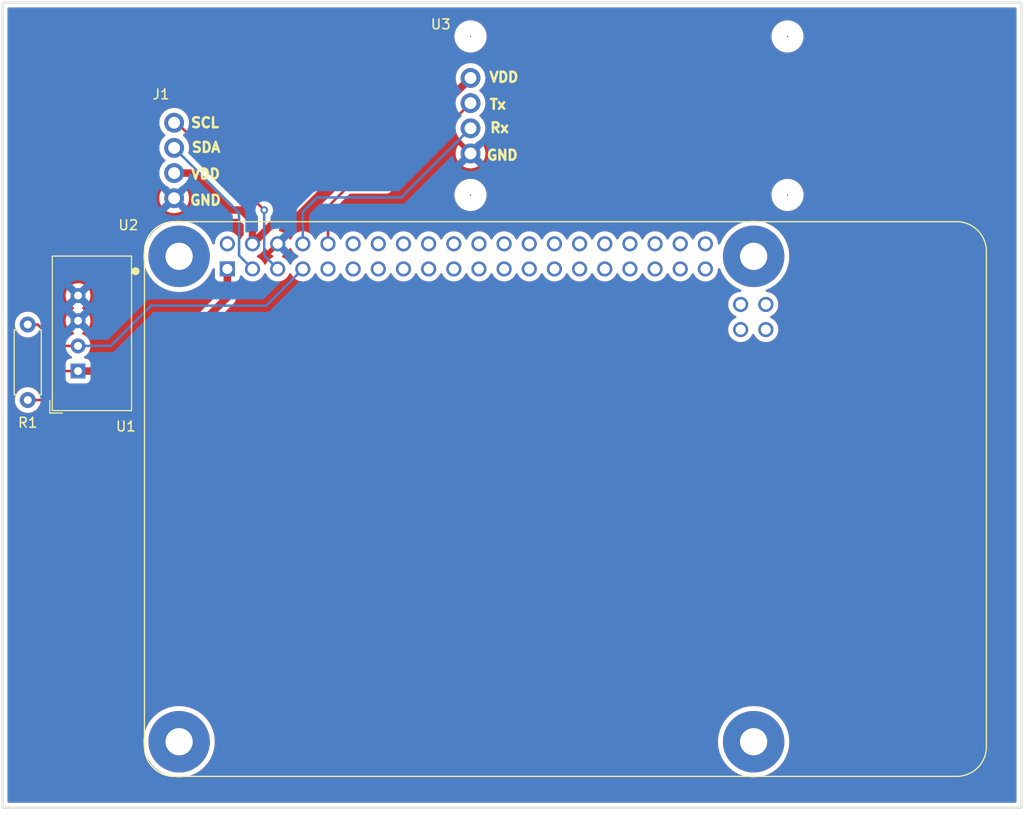
<source format=kicad_pcb>
(kicad_pcb (version 20240108) (generator "pcbnew") (generator_version "8.0")
  (layers (0 "F.Cu" signal) (31 "B.Cu" signal) (34 "B.Paste" user) (35 "F.Paste" user) (36 "B.SilkS" user "B.Silkscreen") (37 "F.SilkS" user "F.Silkscreen") (38 "B.Mask" user) (39 "F.Mask" user) (44 "Edge.Cuts" user))
  (net 0 "")
  (net 1 "Net-(J1-SCL)")
  (net 2 "Net-(J1-SDA)")
  (net 3 "Net-(J1-VDD)")
  (net 4 "GND")
  (net 5 "Net-(U1-VDD)")
  (net 6 "Net-(U1-SDA)")
  (net 21 "VDD")
  (net 23 "Net-(U2-GPIO15{slash}RXD0)")
  (net 31 "Net-(U2-GPIO14{slash}TXD0)")
  (footprint "Sensor:ASAIR_AM2302_P2.54mm_Vertical" (layer "F.Cu") (at 109.224 82.927 90)
    (property "Reference" "U1" (at -5.588 4.826 180) (layer "F.SilkS") (effects (font (thickness 0.1524))))
    (property "Value" "AM2302")
    (fp_line (start -4.24 -2.85) (end -2.97 -2.85) (stroke (width 0.12)) (layer "F.SilkS"))
    (fp_line (start 11.61 -2.6) (end 11.61 5.4) (stroke (width 0.12)) (layer "F.SilkS"))
    (fp_line (start -3.99 -2.6) (end 11.61 -2.6) (stroke (width 0.12)) (layer "F.SilkS"))
    (fp_line (start -4.24 -1.58) (end -4.24 -2.85) (stroke (width 0.12)) (layer "F.SilkS"))
    (fp_line (start 11.61 5.4) (end -3.99 5.4) (stroke (width 0.12)) (layer "F.SilkS"))
    (fp_line (start -3.99 5.4) (end -3.99 -2.6) (stroke (width 0.12)) (layer "F.SilkS"))
    (pad "1" thru_hole rect (at 0 0 180) (size 1.5 1.5) (drill 0.8) (layers "*.Cu" "*.Mask") (net 5 "Net-(U1-VDD)"))
    (pad "2" thru_hole circle (at 2.54 0 180) (size 1.5 1.5) (drill 0.8) (layers "*.Cu" "*.Mask") (net 6 "Net-(U1-SDA)"))
    (pad "3" thru_hole circle (at 5.08 0 180) (size 1.5 1.5) (drill 0.8) (layers "*.Cu" "*.Mask") (net 4 "GND"))
    (pad "4" thru_hole circle (at 7.62 0 180) (size 1.5 1.5) (drill 0.8) (layers "*.Cu" "*.Mask") (net 4 "GND"))
  )
  (footprint "SmartGarden:MODULE_RASPBERRY_PI_4B_4GB" (layer "F.Cu") (at 158.429 95.847)
    (property "Reference" "U2" (at -44.125 -27.652 0) (layer "F.SilkS") (effects (font (thickness 0.1524))))
    (property "Value" "RASPBERRY_PI_4B_4GB")
    (fp_line (start -42.5 -25) (end -42.5 25) (stroke (width 0.127)) (layer "F.SilkS"))
    (fp_line (start -39.5 28) (end 39.5 28) (stroke (width 0.127)) (layer "F.SilkS"))
    (fp_line (start 39.5 -28) (end -39.5 -28) (stroke (width 0.127)) (layer "F.SilkS"))
    (fp_line (start 42.5 25) (end 42.5 -25) (stroke (width 0.127)) (layer "F.SilkS"))
    (fp_arc (start -42.5 -25) (mid -41.62132 -27.12132) (end -39.5 -28) (stroke (width 0.127)) (layer "F.SilkS"))
    (fp_arc (start -39.5 28) (mid -41.62132 27.12132) (end -42.5 25) (stroke (width 0.127)) (layer "F.SilkS"))
    (fp_arc (start 39.5 -28) (mid 41.62132 -27.12132) (end 42.5 -25) (stroke (width 0.127)) (layer "F.SilkS"))
    (fp_arc (start 42.5 25) (mid 41.62132 27.12132) (end 39.5 28) (stroke (width 0.127)) (layer "F.SilkS"))
    (fp_circle (center -43.4 -23) (end -43.2 -23) (stroke (width 0.4)) (fill none) (layer "F.SilkS"))
    (pad "1" thru_hole rect (at -34.13 -23.23) (size 1.524 1.524) (drill 1.016) (layers "*.Cu" "*.Mask") (net 5 "Net-(U1-VDD)"))
    (pad "2" thru_hole circle (at -34.13 -25.77) (size 1.524 1.524) (drill 1.016) (layers "*.Cu" "*.Mask") (net 21 "VDD"))
    (pad "3" thru_hole circle (at -31.59 -23.23) (size 1.524 1.524) (drill 1.016) (layers "*.Cu" "*.Mask") (net 2 "Net-(J1-SDA)"))
    (pad "4" thru_hole circle (at -31.59 -25.77) (size 1.524 1.524) (drill 1.016) (layers "*.Cu" "*.Mask") (net 3 "Net-(J1-VDD)"))
    (pad "5" thru_hole circle (at -29.05 -23.23) (size 1.524 1.524) (drill 1.016) (layers "*.Cu" "*.Mask") (net 1 "Net-(J1-SCL)"))
    (pad "6" thru_hole circle (at -29.05 -25.77) (size 1.524 1.524) (drill 1.016) (layers "*.Cu" "*.Mask") (net 4 "GND"))
    (pad "7" thru_hole circle (at -26.51 -23.23) (size 1.524 1.524) (drill 1.016) (layers "*.Cu" "*.Mask") (net 6 "Net-(U1-SDA)"))
    (pad "8" thru_hole circle (at -26.51 -25.77) (size 1.524 1.524) (drill 1.016) (layers "*.Cu" "*.Mask") (net 31 "Net-(U2-GPIO14{slash}TXD0)"))
    (pad "9" thru_hole circle (at -23.97 -23.23) (size 1.524 1.524) (drill 1.016) (layers "*.Cu" "*.Mask"))
    (pad "10" thru_hole circle (at -23.97 -25.77) (size 1.524 1.524) (drill 1.016) (layers "*.Cu" "*.Mask") (net 23 "Net-(U2-GPIO15{slash}RXD0)"))
    (pad "11" thru_hole circle (at -21.43 -23.23) (size 1.524 1.524) (drill 1.016) (layers "*.Cu" "*.Mask"))
    (pad "12" thru_hole circle (at -21.43 -25.77) (size 1.524 1.524) (drill 1.016) (layers "*.Cu" "*.Mask"))
    (pad "13" thru_hole circle (at -18.89 -23.23) (size 1.524 1.524) (drill 1.016) (layers "*.Cu" "*.Mask"))
    (pad "14" thru_hole circle (at -18.89 -25.77) (size 1.524 1.524) (drill 1.016) (layers "*.Cu" "*.Mask"))
    (pad "15" thru_hole circle (at -16.35 -23.23) (size 1.524 1.524) (drill 1.016) (layers "*.Cu" "*.Mask"))
    (pad "16" thru_hole circle (at -16.35 -25.77) (size 1.524 1.524) (drill 1.016) (layers "*.Cu" "*.Mask"))
    (pad "17" thru_hole circle (at -13.81 -23.23) (size 1.524 1.524) (drill 1.016) (layers "*.Cu" "*.Mask"))
    (pad "18" thru_hole circle (at -13.81 -25.77) (size 1.524 1.524) (drill 1.016) (layers "*.Cu" "*.Mask"))
    (pad "19" thru_hole circle (at -11.27 -23.23) (size 1.524 1.524) (drill 1.016) (layers "*.Cu" "*.Mask"))
    (pad "20" thru_hole circle (at -11.27 -25.77) (size 1.524 1.524) (drill 1.016) (layers "*.Cu" "*.Mask"))
    (pad "21" thru_hole circle (at -8.73 -23.23) (size 1.524 1.524) (drill 1.016) (layers "*.Cu" "*.Mask"))
    (pad "22" thru_hole circle (at -8.73 -25.77) (size 1.524 1.524) (drill 1.016) (layers "*.Cu" "*.Mask"))
    (pad "23" thru_hole circle (at -6.19 -23.23) (size 1.524 1.524) (drill 1.016) (layers "*.Cu" "*.Mask"))
    (pad "24" thru_hole circle (at -6.19 -25.77) (size 1.524 1.524) (drill 1.016) (layers "*.Cu" "*.Mask"))
    (pad "25" thru_hole circle (at -3.65 -23.23) (size 1.524 1.524) (drill 1.016) (layers "*.Cu" "*.Mask"))
    (pad "26" thru_hole circle (at -3.65 -25.77) (size 1.524 1.524) (drill 1.016) (layers "*.Cu" "*.Mask"))
    (pad "27" thru_hole circle (at -1.11 -23.23) (size 1.524 1.524) (drill 1.016) (layers "*.Cu" "*.Mask"))
    (pad "28" thru_hole circle (at -1.11 -25.77) (size 1.524 1.524) (drill 1.016) (layers "*.Cu" "*.Mask"))
    (pad "29" thru_hole circle (at 1.43 -23.23) (size 1.524 1.524) (drill 1.016) (layers "*.Cu" "*.Mask"))
    (pad "30" thru_hole circle (at 1.43 -25.77) (size 1.524 1.524) (drill 1.016) (layers "*.Cu" "*.Mask"))
    (pad "31" thru_hole circle (at 3.97 -23.23) (size 1.524 1.524) (drill 1.016) (layers "*.Cu" "*.Mask"))
    (pad "32" thru_hole circle (at 3.97 -25.77) (size 1.524 1.524) (drill 1.016) (layers "*.Cu" "*.Mask"))
    (pad "33" thru_hole circle (at 6.51 -23.23) (size 1.524 1.524) (drill 1.016) (layers "*.Cu" "*.Mask"))
    (pad "34" thru_hole circle (at 6.51 -25.77) (size 1.524 1.524) (drill 1.016) (layers "*.Cu" "*.Mask"))
    (pad "35" thru_hole circle (at 9.05 -23.23) (size 1.524 1.524) (drill 1.016) (layers "*.Cu" "*.Mask"))
    (pad "36" thru_hole circle (at 9.05 -25.77) (size 1.524 1.524) (drill 1.016) (layers "*.Cu" "*.Mask"))
    (pad "37" thru_hole circle (at 11.59 -23.23) (size 1.524 1.524) (drill 1.016) (layers "*.Cu" "*.Mask"))
    (pad "38" thru_hole circle (at 11.59 -25.77) (size 1.524 1.524) (drill 1.016) (layers "*.Cu" "*.Mask"))
    (pad "39" thru_hole circle (at 14.13 -23.23) (size 1.524 1.524) (drill 1.016) (layers "*.Cu" "*.Mask"))
    (pad "40" thru_hole circle (at 14.13 -25.77) (size 1.524 1.524) (drill 1.016) (layers "*.Cu" "*.Mask"))
    (pad "41" thru_hole circle (at 20.23 -17.107) (size 1.524 1.524) (drill 1.016) (layers "*.Cu" "*.Mask"))
    (pad "42" thru_hole circle (at 20.23 -19.647) (size 1.524 1.524) (drill 1.016) (layers "*.Cu" "*.Mask"))
    (pad "43" thru_hole circle (at 17.69 -17.107) (size 1.524 1.524) (drill 1.016) (layers "*.Cu" "*.Mask"))
    (pad "44" thru_hole circle (at 17.69 -19.647) (size 1.524 1.524) (drill 1.016) (layers "*.Cu" "*.Mask"))
    (pad "S1" thru_hole circle (at -39 -24.5) (size 6.2 6.2) (drill 2.75) (layers "*.Cu" "*.Mask"))
    (pad "S2" thru_hole circle (at 19 -24.5) (size 6.2 6.2) (drill 2.75) (layers "*.Cu" "*.Mask"))
    (pad "S3" thru_hole circle (at 19 24.5) (size 6.2 6.2) (drill 2.75) (layers "*.Cu" "*.Mask"))
    (pad "S4" thru_hole circle (at -39 24.5) (size 6.2 6.2) (drill 2.75) (layers "*.Cu" "*.Mask"))
  )
  (footprint "SmartGarden:neo-6m-module" (layer "F.Cu") (at 164.848 57.147)
    (property "Reference" "U3" (at -19.0035 -9.2275 0) (layer "F.SilkS") (effects (font (thickness 0.1524))))
    (property "Value" "~")
    (fp_text user "VDD" (at -14.224 -3.302 0) (layer "F.SilkS") (effects (font (thickness 0.25) (bold yes)) (justify left bottom)))
    (fp_text user "GND" (at -14.478 4.572 0) (layer "F.SilkS") (effects (font (thickness 0.25) (bold yes)) (justify left bottom)))
    (fp_text user "Rx" (at -14.1478 1.8034 0) (layer "F.SilkS") (effects (font (thickness 0.25) (bold yes)) (justify left bottom)))
    (fp_text user "Tx" (at -14.1986 -0.5588 0) (layer "F.SilkS") (effects (font (thickness 0.25) (bold yes)) (justify left bottom)))
    (pad "" np_thru_hole circle (at -16 -8) (size 0.1 0.1) (drill 3) (layers "*.Mask"))
    (pad "" np_thru_hole circle (at -16 8) (size 0.1 0.1) (drill 3) (layers "*.Mask"))
    (pad "" np_thru_hole circle (at 16 -8) (size 0.1 0.1) (drill 3) (layers "*.Mask"))
    (pad "" np_thru_hole circle (at 16 8) (size 0.1 0.1) (drill 3) (layers "*.Mask"))
    (pad "1" thru_hole circle (at -16 -3.81) (size 2 2) (drill 1.2) (layers "*.Cu" "*.Mask") (net 3 "Net-(J1-VDD)"))
    (pad "2" thru_hole circle (at -16 -1.27) (size 2 2) (drill 1.2) (layers "*.Cu" "*.Mask") (net 23 "Net-(U2-GPIO15{slash}RXD0)"))
    (pad "3" thru_hole circle (at -16 1.27) (size 2 2) (drill 1.2) (layers "*.Cu" "*.Mask") (net 31 "Net-(U2-GPIO14{slash}TXD0)"))
    (pad "4" thru_hole circle (at -16 3.81) (size 2 2) (drill 1.2) (layers "*.Cu" "*.Mask") (net 4 "GND"))
  )
  (footprint "Resistor_THT:R_Axial_DIN0207_L6.3mm_D2.5mm_P7.62mm_Horizontal" (layer "F.Cu") (at 104.144 85.85 90)
    (property "Reference" "R1" (at -2.286 0 180) (layer "F.SilkS") (effects (font (thickness 0.1524))))
    (property "Value" "4.7k")
    (fp_line (start 7.08 -1.37) (end 7.08 -1.04) (stroke (width 0.12)) (layer "F.SilkS"))
    (fp_line (start 0.54 -1.37) (end 7.08 -1.37) (stroke (width 0.12)) (layer "F.SilkS"))
    (fp_line (start 0.54 -1.04) (end 0.54 -1.37) (stroke (width 0.12)) (layer "F.SilkS"))
    (fp_line (start 0.54 1.04) (end 0.54 1.37) (stroke (width 0.12)) (layer "F.SilkS"))
    (fp_line (start 7.08 1.37) (end 7.08 1.04) (stroke (width 0.12)) (layer "F.SilkS"))
    (fp_line (start 0.54 1.37) (end 7.08 1.37) (stroke (width 0.12)) (layer "F.SilkS"))
    (pad "1" thru_hole circle (at 0 0 90) (size 1.6 1.6) (drill 0.8) (layers "*.Cu" "*.Mask") (net 5 "Net-(U1-VDD)"))
    (pad "2" thru_hole oval (at 7.62 0 90) (size 1.6 1.6) (drill 0.8) (layers "*.Cu" "*.Mask") (net 6 "Net-(U1-SDA)"))
  )
  (footprint "SmartGarden:4-pinMaleSocket" (layer "F.Cu") (at 118.9268 61.6672)
    (property "Reference" "J1" (at -1.3208 -6.6802 0) (layer "F.SilkS") (effects (font (thickness 0.1524))))
    (property "Value" "~")
    (fp_text user "GND" (at 1.4732 4.5974 0) (layer "F.SilkS") (effects (font (thickness 0.25) (bold yes)) (justify left bottom)))
    (fp_text user "VDD" (at 1.5748 1.9558 0) (layer "F.SilkS") (effects (font (thickness 0.25) (bold yes)) (justify left bottom)))
    (fp_text user "SCL" (at 1.5748 -3.2258 0) (layer "F.SilkS") (effects (font (thickness 0.25) (bold yes)) (justify left bottom)))
    (fp_text user "SDA" (at 1.651 -0.7366 0) (layer "F.SilkS") (effects (font (thickness 0.25) (bold yes)) (justify left bottom)))
    (pad "1" thru_hole circle (at 0 -3.81) (size 2 2) (drill 1.2) (layers "*.Cu" "*.Mask") (net 1 "Net-(J1-SCL)"))
    (pad "2" thru_hole circle (at 0 -1.27) (size 2 2) (drill 1.2) (layers "*.Cu" "*.Mask") (net 2 "Net-(J1-SDA)"))
    (pad "3" thru_hole circle (at 0 1.27) (size 2 2) (drill 1.2) (layers "*.Cu" "*.Mask") (net 3 "Net-(J1-VDD)"))
    (pad "4" thru_hole circle (at 0 3.81) (size 2 2) (drill 1.2) (layers "*.Cu" "*.Mask") (net 4 "GND"))
  )
  (gr_line (start 101.6 45.72) (end 101.6 127) (stroke (width 0.2)) (layer "Edge.Cuts"))
  (gr_line (start 204.47 45.72) (end 204.47 127) (stroke (width 0.2)) (layer "Edge.Cuts"))
  (gr_line (start 204.47 127) (end 101.6 127) (stroke (width 0.2)) (layer "Edge.Cuts"))
  (gr_line (start 101.6 45.72) (end 204.47 45.72) (stroke (width 0.2)) (layer "Edge.Cuts"))
  (segment (start 118.9268 57.8572) (end 119.2062 57.8572) (width 0.254) (layer "F.Cu") (net 1))
  (segment (start 119.2062 57.8572) (end 128.02 66.671) (width 0.254) (layer "F.Cu") (net 1))
  (via (at 128.02 66.671) (size 0.762) (drill 0.381) (layers "F.Cu" "B.Cu") (net 1))
  (segment (start 128.02 71.258) (end 129.379 72.617) (width 0.254) (layer "B.Cu") (net 1))
  (segment (start 128.02 66.671) (end 128.02 71.258) (width 0.254) (layer "B.Cu") (net 1))
  (segment (start 118.9268 60.3972) (end 125.48 66.9504) (width 0.254) (layer "B.Cu") (net 2))
  (segment (start 125.48 71.258) (end 126.839 72.617) (width 0.254) (layer "B.Cu") (net 2))
  (segment (start 125.48 66.9504) (end 125.48 71.258) (width 0.254) (layer "B.Cu") (net 2))
  (segment (start 124.464 66.671) (end 125.734 66.671) (width 0.762) (layer "F.Cu") (net 3))
  (segment (start 118.9268 62.9372) (end 120.7302 62.9372) (width 0.762) (layer "F.Cu") (net 3))
  (segment (start 125.734 66.671) (end 126.839 67.776) (width 0.762) (layer "F.Cu") (net 3))
  (segment (start 139.07 63.115) (end 133.801 63.115) (width 0.762) (layer "F.Cu") (net 3))
  (segment (start 148.848 53.337) (end 139.07 63.115) (width 0.762) (layer "F.Cu") (net 3))
  (segment (start 133.801 63.115) (end 126.839 70.077) (width 0.762) (layer "F.Cu") (net 3))
  (segment (start 120.7302 62.9372) (end 124.464 66.671) (width 0.762) (layer "F.Cu") (net 3))
  (segment (start 126.839 67.776) (end 126.839 70.077) (width 0.762) (layer "F.Cu") (net 3))
  (segment (start 109.224 82.927) (end 116.844 82.927) (width 0.762) (layer "F.Cu") (net 5))
  (segment (start 116.844 82.927) (end 124.299 75.472) (width 0.762) (layer "F.Cu") (net 5))
  (segment (start 104.144 85.85) (end 105.922 85.85) (width 0.254) (layer "F.Cu") (net 5))
  (segment (start 107.446 84.326) (end 107.446 82.927) (width 0.254) (layer "F.Cu") (net 5))
  (segment (start 124.299 75.472) (end 124.299 72.617) (width 0.762) (layer "F.Cu") (net 5))
  (segment (start 107.446 82.927) (end 109.224 82.927) (width 0.254) (layer "F.Cu") (net 5))
  (segment (start 105.922 85.85) (end 107.446 84.326) (width 0.254) (layer "F.Cu") (net 5))
  (segment (start 105.154 78.23) (end 107.311 80.387) (width 0.254) (layer "F.Cu") (net 6))
  (segment (start 107.311 80.387) (end 109.224 80.387) (width 0.254) (layer "F.Cu") (net 6))
  (segment (start 104.144 78.23) (end 105.154 78.23) (width 0.254) (layer "F.Cu") (net 6))
  (segment (start 116.59 76.323) (end 112.526 80.387) (width 0.254) (layer "B.Cu") (net 6))
  (segment (start 112.526 80.387) (end 109.224 80.387) (width 0.254) (layer "B.Cu") (net 6))
  (segment (start 131.919 72.617) (end 128.213 76.323) (width 0.254) (layer "B.Cu") (net 6))
  (segment (start 128.213 76.323) (end 116.59 76.323) (width 0.254) (layer "B.Cu") (net 6))
  (segment (start 134.459 66.328) (end 134.459 70.077) (width 0.254) (layer "F.Cu") (net 23))
  (segment (start 136.402 64.385) (end 134.459 66.328) (width 0.254) (layer "F.Cu") (net 23))
  (segment (start 140.34 64.385) (end 136.402 64.385) (width 0.254) (layer "F.Cu") (net 23))
  (segment (start 134.648 70.077) (end 134.459 70.077) (width 0.254) (layer "F.Cu") (net 23))
  (segment (start 148.848 55.877) (end 140.34 64.385) (width 0.254) (layer "F.Cu") (net 23))
  (segment (start 141.864 65.401) (end 133.354 65.401) (width 0.254) (layer "B.Cu") (net 31))
  (segment (start 131.919 66.836) (end 131.919 70.077) (width 0.254) (layer "B.Cu") (net 31))
  (segment (start 133.354 65.401) (end 131.919 66.836) (width 0.254) (layer "B.Cu") (net 31))
  (segment (start 148.848 58.417) (end 141.864 65.401) (width 0.254) (layer "B.Cu") (net 31))
  (zone (net 4) (net_name "GND") (layer "F.Cu") (connect_pads (clearance 0.5)) (min_thickness 0.25) (fill yes (thermal_gap 0.5) (thermal_bridge_width 0.5))
    (polygon (pts (xy 101.346 127.254) (xy 101.346 45.466) (xy 204.724 45.466) (xy 204.724 127.254)))
  )
  (zone (net 4) (net_name "GND") (layer "B.Cu") (priority 1) (connect_pads (clearance 0.5)) (min_thickness 0.25) (fill yes (thermal_gap 0.762) (thermal_bridge_width 0.762))
    (polygon (pts (xy 101.346 127.254) (xy 101.346 45.466) (xy 204.724 45.466) (xy 204.724 127.254)))
  )
)
</source>
